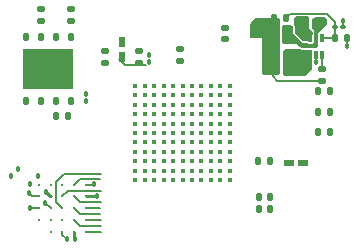
<source format=gbr>
%TF.GenerationSoftware,KiCad,Pcbnew,9.0.2*%
%TF.CreationDate,2025-07-16T10:59:44+05:30*%
%TF.ProjectId,pico2-nx-module,7069636f-322d-46e7-982d-6d6f64756c65,rev?*%
%TF.SameCoordinates,Original*%
%TF.FileFunction,Copper,L1,Top*%
%TF.FilePolarity,Positive*%
%FSLAX46Y46*%
G04 Gerber Fmt 4.6, Leading zero omitted, Abs format (unit mm)*
G04 Created by KiCad (PCBNEW 9.0.2) date 2025-07-16 10:59:44*
%MOMM*%
%LPD*%
G01*
G04 APERTURE LIST*
G04 Aperture macros list*
%AMRoundRect*
0 Rectangle with rounded corners*
0 $1 Rounding radius*
0 $2 $3 $4 $5 $6 $7 $8 $9 X,Y pos of 4 corners*
0 Add a 4 corners polygon primitive as box body*
4,1,4,$2,$3,$4,$5,$6,$7,$8,$9,$2,$3,0*
0 Add four circle primitives for the rounded corners*
1,1,$1+$1,$2,$3*
1,1,$1+$1,$4,$5*
1,1,$1+$1,$6,$7*
1,1,$1+$1,$8,$9*
0 Add four rect primitives between the rounded corners*
20,1,$1+$1,$2,$3,$4,$5,0*
20,1,$1+$1,$4,$5,$6,$7,0*
20,1,$1+$1,$6,$7,$8,$9,0*
20,1,$1+$1,$8,$9,$2,$3,0*%
G04 Aperture macros list end*
%TA.AperFunction,SMDPad,CuDef*%
%ADD10RoundRect,0.135000X-0.185000X0.135000X-0.185000X-0.135000X0.185000X-0.135000X0.185000X0.135000X0*%
%TD*%
%TA.AperFunction,SMDPad,CuDef*%
%ADD11RoundRect,0.140000X-0.140000X-0.170000X0.140000X-0.170000X0.140000X0.170000X-0.140000X0.170000X0*%
%TD*%
%TA.AperFunction,SMDPad,CuDef*%
%ADD12RoundRect,0.100000X0.130000X0.100000X-0.130000X0.100000X-0.130000X-0.100000X0.130000X-0.100000X0*%
%TD*%
%TA.AperFunction,SMDPad,CuDef*%
%ADD13RoundRect,0.135000X0.135000X0.185000X-0.135000X0.185000X-0.135000X-0.185000X0.135000X-0.185000X0*%
%TD*%
%TA.AperFunction,SMDPad,CuDef*%
%ADD14RoundRect,0.087500X-0.087500X0.250000X-0.087500X-0.250000X0.087500X-0.250000X0.087500X0.250000X0*%
%TD*%
%TA.AperFunction,SMDPad,CuDef*%
%ADD15R,1.000000X1.000000*%
%TD*%
%TA.AperFunction,SMDPad,CuDef*%
%ADD16R,0.800000X1.800000*%
%TD*%
%TA.AperFunction,SMDPad,CuDef*%
%ADD17C,0.330200*%
%TD*%
%TA.AperFunction,SMDPad,CuDef*%
%ADD18RoundRect,0.100000X-0.100000X0.130000X-0.100000X-0.130000X0.100000X-0.130000X0.100000X0.130000X0*%
%TD*%
%TA.AperFunction,SMDPad,CuDef*%
%ADD19RoundRect,0.135000X0.185000X-0.135000X0.185000X0.135000X-0.185000X0.135000X-0.185000X-0.135000X0*%
%TD*%
%TA.AperFunction,SMDPad,CuDef*%
%ADD20R,0.609600X0.914400*%
%TD*%
%TA.AperFunction,SMDPad,CuDef*%
%ADD21RoundRect,0.135000X-0.135000X-0.185000X0.135000X-0.185000X0.135000X0.185000X-0.135000X0.185000X0*%
%TD*%
%TA.AperFunction,SMDPad,CuDef*%
%ADD22RoundRect,0.100000X0.100000X-0.130000X0.100000X0.130000X-0.100000X0.130000X-0.100000X-0.130000X0*%
%TD*%
%TA.AperFunction,HeatsinkPad*%
%ADD23R,4.300000X3.400000*%
%TD*%
%TA.AperFunction,SMDPad,CuDef*%
%ADD24RoundRect,0.125000X-0.125000X0.250000X-0.125000X-0.250000X0.125000X-0.250000X0.125000X0.250000X0*%
%TD*%
%TA.AperFunction,SMDPad,CuDef*%
%ADD25R,0.914400X0.609600*%
%TD*%
%TA.AperFunction,SMDPad,CuDef*%
%ADD26C,0.370000*%
%TD*%
%TA.AperFunction,SMDPad,CuDef*%
%ADD27RoundRect,0.140000X-0.170000X0.140000X-0.170000X-0.140000X0.170000X-0.140000X0.170000X0.140000X0*%
%TD*%
%TA.AperFunction,ViaPad*%
%ADD28C,0.457200*%
%TD*%
%TA.AperFunction,Conductor*%
%ADD29C,0.152400*%
%TD*%
%TA.AperFunction,Conductor*%
%ADD30C,0.254000*%
%TD*%
G04 APERTURE END LIST*
D10*
%TO.P,R8,2*%
%TO.N,P1VD_FPGA*%
X132384798Y-90728802D03*
%TO.P,R8,1*%
%TO.N,Net-(U5-PG)*%
X132384798Y-89708804D03*
%TD*%
D11*
%TO.P,C48,2*%
%TO.N,GND*%
X129280483Y-86353537D03*
%TO.P,C48,1*%
%TO.N,P1VD_FPGA*%
X128320483Y-86353537D03*
%TD*%
%TO.P,C51,2*%
%TO.N,GND*%
X129280801Y-87274401D03*
%TO.P,C51,1*%
%TO.N,P1VD_FPGA*%
X128320801Y-87274401D03*
%TD*%
D12*
%TO.P,C6,2*%
%TO.N,Net-(U5-FB)*%
X133502401Y-86207598D03*
%TO.P,C6,1*%
%TO.N,P1VD_FPGA*%
X134142401Y-86207598D03*
%TD*%
D13*
%TO.P,R26,2*%
%TO.N,Net-(U5-FB)*%
X133502402Y-87096598D03*
%TO.P,R26,1*%
%TO.N,GND*%
X134522400Y-87096598D03*
%TD*%
D14*
%TO.P,U5,6,PG*%
%TO.N,Net-(U5-PG)*%
X132384802Y-88524001D03*
%TO.P,U5,5,EN*%
%TO.N,/FPGA/FPGA_EN*%
X131884802Y-88524002D03*
%TO.P,U5,4,SW*%
%TO.N,Net-(U5-SW)*%
X131384802Y-88524001D03*
%TO.P,U5,3,VIN*%
%TO.N,P5VD_AON*%
X131384802Y-87099001D03*
%TO.P,U5,2,GND*%
%TO.N,GND*%
X131884802Y-87099000D03*
%TO.P,U5,1,FB*%
%TO.N,Net-(U5-FB)*%
X132384802Y-87099001D03*
%TD*%
D15*
%TO.P,TP3,1,1*%
%TO.N,P1VD_FPGA*%
X126796799Y-86639403D03*
%TD*%
D13*
%TO.P,R18,2*%
%TO.N,P1VD_FPGA*%
X128295403Y-85394799D03*
%TO.P,R18,1*%
%TO.N,Net-(U5-FB)*%
X129315401Y-85394799D03*
%TD*%
D11*
%TO.P,C3,2*%
%TO.N,GND*%
X131800602Y-85953600D03*
%TO.P,C3,1*%
%TO.N,P5VD_AON*%
X130840602Y-85953600D03*
%TD*%
D16*
%TO.P,L3,2,2*%
%TO.N,P1VD_FPGA*%
X128219401Y-89052400D03*
%TO.P,L3,1,1*%
%TO.N,Net-(U5-SW)*%
X129819399Y-89052400D03*
%TD*%
D17*
%TO.P,U13,E5,VSSQ_2*%
%TO.N,GND*%
X112385100Y-99530401D03*
%TO.P,U13,E4,VCCQ_2*%
%TO.N,P1V8D_FPGA*%
X112385100Y-100530401D03*
%TO.P,U13,E3,DQ5*%
%TO.N,/FPGA/SRAM_DQ5*%
X112385101Y-101530401D03*
%TO.P,U13,E2,DQ6*%
%TO.N,/FPGA/SRAM_DQ6*%
X112385100Y-102530401D03*
%TO.P,U13,E1,DQ7*%
%TO.N,/FPGA/SRAM_DQ7*%
X112385100Y-103530401D03*
%TO.P,U13,D5,DQ4*%
%TO.N,/FPGA/SRAM_DQ4*%
X111385100Y-99530401D03*
%TO.P,U13,D4,DQ3*%
%TO.N,/FPGA/SRAM_DQ3*%
X111385100Y-100530401D03*
%TO.P,U13,D3,DQ0*%
%TO.N,/FPGA/SRAM_DQ0*%
X111385100Y-101530401D03*
%TO.P,U13,D2,DQ1*%
%TO.N,/FPGA/SRAM_DQ1*%
X111385100Y-102530401D03*
%TO.P,U13,D1,VCCQ_1*%
%TO.N,P1V8D_FPGA*%
X111385100Y-103530401D03*
%TO.P,U13,C5,RFU_5*%
%TO.N,unconnected-(U13-RFU_5-PadC5)*%
X110385100Y-99530400D03*
%TO.P,U13,C4,DQ2*%
%TO.N,/FPGA/SRAM_DQ2*%
X110385100Y-100530401D03*
%TO.P,U13,C3,RWDS*%
%TO.N,/FPGA/SRAM_RW*%
X110385100Y-101530401D03*
%TO.P,U13,C2,RFU_4*%
%TO.N,unconnected-(U13-RFU_4-PadC2)*%
X110385100Y-102530401D03*
%TO.P,U13,C1,VSSQ_1*%
%TO.N,GND*%
X110385100Y-103530402D03*
%TO.P,U13,B5,RFU_3*%
%TO.N,unconnected-(U13-RFU_3-PadB5)*%
X109385100Y-99530401D03*
%TO.P,U13,B4,VCC*%
%TO.N,P1V8D_FPGA*%
X109385100Y-100530401D03*
%TO.P,U13,B3,VSS*%
%TO.N,GND*%
X109385100Y-101530401D03*
%TO.P,U13,B2,CK*%
%TO.N,/FPGA/SRAM_CLK_P*%
X109385100Y-102530401D03*
%TO.P,U13,B1,CK#*%
%TO.N,/FPGA/SRAM_CLK_N*%
X109385100Y-103530401D03*
%TO.P,U13,A5,RFU_2*%
%TO.N,unconnected-(U13-RFU_2-PadA5)*%
X108385100Y-99530401D03*
%TO.P,U13,A4,RESET#*%
%TO.N,/FPGA/SRAM_RSTn*%
X108385100Y-100530401D03*
%TO.P,U13,A3,CS#*%
%TO.N,/FPGA/SRAM_CEN*%
X108385099Y-101530401D03*
%TO.P,U13,A2,RFU_1*%
%TO.N,unconnected-(U13-RFU_1-PadA2)*%
X108385100Y-102530401D03*
%TD*%
D18*
%TO.P,C38,1*%
%TO.N,GND*%
X117729600Y-88545600D03*
%TO.P,C38,2*%
%TO.N,Net-(U3G-VCCADPHY1)*%
X117729600Y-89185600D03*
%TD*%
D19*
%TO.P,R33,2*%
%TO.N,P3V3D_FPGA*%
X108557200Y-84622801D03*
%TO.P,R33,1*%
%TO.N,/FPGA/EXT_QSPI.SD2*%
X108557200Y-85642799D03*
%TD*%
D20*
%TO.P,FB5,1,1*%
%TO.N,P1V8D_FPGA*%
X115443000Y-87439499D03*
%TO.P,FB5,2,2*%
%TO.N,Net-(U3G-VCCADPHY1)*%
X115443000Y-88684101D03*
%TD*%
D21*
%TO.P,R51,2*%
%TO.N,P3V3D_FPGA*%
X110857798Y-93712400D03*
%TO.P,R51,1*%
%TO.N,/FPGA/EXT_QSPI.SD3*%
X109837800Y-93712400D03*
%TD*%
D22*
%TO.P,C18,2*%
%TO.N,GND*%
X112411400Y-91820799D03*
%TO.P,C18,1*%
%TO.N,P3V3D_FPGA*%
X112411400Y-92460799D03*
%TD*%
D11*
%TO.P,C7,2*%
%TO.N,GND*%
X127975200Y-100581200D03*
%TO.P,C7,1*%
%TO.N,PVIO5_FPGA*%
X127015200Y-100581200D03*
%TD*%
%TO.P,C39,2*%
%TO.N,GND*%
X133014600Y-93345000D03*
%TO.P,C39,1*%
%TO.N,P1VD_FPGA*%
X132054600Y-93345000D03*
%TD*%
D23*
%TO.P,U4,9*%
%TO.N,N/C*%
X109194600Y-89763600D03*
D24*
%TO.P,U4,8,VCC*%
%TO.N,P3V3D_FPGA*%
X111099600Y-92463600D03*
%TO.P,U4,7,IO3*%
%TO.N,/FPGA/EXT_QSPI.SD3*%
X109829600Y-92463600D03*
%TO.P,U4,6,CLK*%
%TO.N,/FPGA/EXT_QSPI.SCK*%
X108559600Y-92463600D03*
%TO.P,U4,5,DI(IO0)*%
%TO.N,/FPGA/EXT_QSPI.MOSI*%
X107289600Y-92463600D03*
%TO.P,U4,4,GND*%
%TO.N,GND*%
X107289600Y-87063600D03*
%TO.P,U4,3,IO2*%
%TO.N,/FPGA/EXT_QSPI.SD2*%
X108559600Y-87063600D03*
%TO.P,U4,2,DO(IO1)*%
%TO.N,/FPGA/EXT_QSPI.MISO*%
X109829600Y-87063600D03*
%TO.P,U4,1,~{CS}*%
%TO.N,/FPGA/FLASH_CSn*%
X111099600Y-87063600D03*
%TD*%
D19*
%TO.P,R12,1*%
%TO.N,Net-(U3B-PR9B)*%
X113969800Y-89234200D03*
%TO.P,R12,2*%
%TO.N,/FPGA/MIPI_IO.LED_EN*%
X113969800Y-88214200D03*
%TD*%
%TO.P,R3,1*%
%TO.N,Net-(U3A-PT59A{slash}MCLK{slash}PCLKT0_0)*%
X120345200Y-89031000D03*
%TO.P,R3,2*%
%TO.N,/FPGA/EXT_QSPI.SCK*%
X120345200Y-88011000D03*
%TD*%
D11*
%TO.P,C30,2*%
%TO.N,Net-(U3F-VCCADPHY0)*%
X127939800Y-97510600D03*
%TO.P,C30,1*%
%TO.N,GND*%
X126979800Y-97510600D03*
%TD*%
D19*
%TO.P,R9,2*%
%TO.N,P3V3D_FPGA*%
X111097199Y-84622801D03*
%TO.P,R9,1*%
%TO.N,/FPGA/FLASH_CSn*%
X111097199Y-85642799D03*
%TD*%
D25*
%TO.P,FB2,2,2*%
%TO.N,Net-(U3F-VCCADPHY0)*%
X129540000Y-97713800D03*
%TO.P,FB2,1,1*%
%TO.N,P1V8D_FPGA*%
X130784600Y-97713800D03*
%TD*%
D11*
%TO.P,C24,1*%
%TO.N,P1VD_FPGA*%
X132054600Y-91643200D03*
%TO.P,C24,2*%
%TO.N,GND*%
X133014600Y-91643200D03*
%TD*%
D26*
%TO.P,U3,L11,PB26B/PCLKC5_2/ADC_CN2/COMP3N*%
%TO.N,/FPGA/HSTX3*%
X124561400Y-99155800D03*
%TO.P,U3,L10,PB30A/PCLKT5_3*%
%TO.N,/FPGA/HSTX6*%
X123761400Y-99155800D03*
%TO.P,U3,L9,PB40A/VREF4_1*%
%TO.N,/FPGA/PB40A*%
X122961400Y-99155800D03*
%TO.P,U3,L8,PB22B*%
%TO.N,/FPGA/MIPI_IO.PWR_EN*%
X122161400Y-99155800D03*
%TO.P,U3,L7,PB22A*%
%TO.N,/FPGA/QSPI.CSn*%
X121361400Y-99155800D03*
%TO.P,U3,L6,PB24A*%
%TO.N,/FPGA/HSTX0*%
X120561400Y-99155800D03*
%TO.P,U3,L5,PB54A/PCLKT4_0*%
%TO.N,/FPGA/SRAM_DQ7*%
X119761400Y-99155800D03*
%TO.P,U3,L4,PB56A/PCLKT3_0/VREF3_1/ADC_CP5*%
%TO.N,/FPGA/SHARED_PMOD_A2*%
X118961400Y-99155800D03*
%TO.P,U3,L3,PB56B/PCLKC3_0/ADC_CN5*%
%TO.N,/FPGA/SHARED_PMOD_A0*%
X118161400Y-99155800D03*
%TO.P,U3,L2,PB62A/ADC_CP9*%
%TO.N,/FPGA/SHARED_PMOD_A7*%
X117361400Y-99155800D03*
%TO.P,U3,L1,PB62B/ADC_CN9*%
%TO.N,/FPGA/SHARED_PMOD_A5*%
X116561400Y-99155800D03*
%TO.P,U3,K11,PB26A/PCLKT5_2/ADC_CP2/COMP3P*%
%TO.N,/FPGA/HSTX2*%
X124561400Y-98355800D03*
%TO.P,U3,K10,PB30B/PCLKC5_3/VREF5_2*%
%TO.N,/FPGA/HSTX7*%
X123761400Y-98355800D03*
%TO.P,U3,K9,PB40B*%
%TO.N,/FPGA/PB40B*%
X122961400Y-98355800D03*
%TO.P,U3,K8,PB42B/PCLKC4_3*%
%TO.N,/FPGA/PB42B*%
X122161400Y-98355800D03*
%TO.P,U3,K7,PB28A*%
%TO.N,/FPGA/HSTX4*%
X121361400Y-98355800D03*
%TO.P,U3,K6,PB24B*%
%TO.N,/FPGA/HSTX1*%
X120561400Y-98355800D03*
%TO.P,U3,K5,PB54B/PCLKC4_0/VREF4_2*%
%TO.N,/FPGA/SRAM_CEN*%
X119761400Y-98355800D03*
%TO.P,U3,K4,PB58B/ADC_CN7*%
%TO.N,/FPGA/SHARED_PMOD_A1*%
X118961400Y-98355800D03*
%TO.P,U3,K3,VCCIO3*%
%TO.N,PVIO3_FPGA*%
X118161400Y-98355800D03*
%TO.P,U3,K2,PB64B/ADC_CN8*%
%TO.N,/FPGA/SHARED_PMOD_B0*%
X117361400Y-98355800D03*
%TO.P,U3,K1,PB64A/ADC_CP8*%
%TO.N,/FPGA/SHARED_PMOD_B2*%
X116561400Y-98355800D03*
%TO.P,U3,J11,PB20A/PCLKT5_1/LLC_GPLL0T_IN/ADC_CP3*%
%TO.N,/FPGA/FPGA_CLK*%
X124561400Y-97555800D03*
%TO.P,U3,J10,PB20B/PCLKC5_1/LLC_GPLL0C_IN/ADC_CN3*%
%TO.N,/FPGA/IRQn*%
X123761400Y-97555800D03*
%TO.P,U3,J9,VCCIO5*%
%TO.N,PVIO5_FPGA*%
X122961400Y-97555800D03*
%TO.P,U3,J8,PB42A/PCLKT4_3*%
%TO.N,/FPGA/PB42A*%
X122161400Y-97555800D03*
%TO.P,U3,J7,PB28B*%
%TO.N,/FPGA/HSTX5*%
X121361400Y-97555800D03*
%TO.P,U3,J6,VCCIO4*%
%TO.N,P1V8D_FPGA*%
X120561400Y-97555800D03*
%TO.P,U3,J5,PB52B/PCLKC4_1*%
%TO.N,/FPGA/SRAM_DQ6*%
X119761400Y-97555800D03*
%TO.P,U3,J4,PB58A/ADC_CP7*%
%TO.N,/FPGA/SHARED_PMOD_A3*%
X118961400Y-97555800D03*
%TO.P,U3,J3,VSS*%
%TO.N,GND*%
X118161400Y-97555800D03*
%TO.P,U3,J2,PB66B/PCLKC3_2/ADC_CN13*%
%TO.N,/FPGA/SHARED_PMOD_B1*%
X117361400Y-97555800D03*
%TO.P,U3,J1,PB66A/PCLKT3_2/ADC_CP13*%
%TO.N,/FPGA/SHARED_PMOD_B3*%
X116561400Y-97555800D03*
%TO.P,U3,H11,PB18A/PCLKT5_0/CDR_RXP1/ADC_CP1/COMP2P*%
%TO.N,/FPGA/SDA0*%
X124561400Y-96755800D03*
%TO.P,U3,H10,PB18B/PCLKC5_0/CDR_RXN1/ADC_CN1/COMP2N*%
%TO.N,/FPGA/SCL0*%
X123761400Y-96755800D03*
%TO.P,U3,H9,VSS*%
%TO.N,GND*%
X122961400Y-96755800D03*
%TO.P,U3,H8,PB44A*%
%TO.N,/FPGA/SRAM_CLK_P*%
X122161400Y-96755800D03*
%TO.P,U3,H7,PB44B*%
%TO.N,/FPGA/SRAM_CLK_N*%
X121361400Y-96755800D03*
%TO.P,U3,H6,VSS*%
%TO.N,GND*%
X120561400Y-96755800D03*
%TO.P,U3,H5,PB52A/PCLKT4_1*%
%TO.N,/FPGA/SRAM_DQ5*%
X119761400Y-96755800D03*
%TO.P,U3,H4,PB60B/PCLKC3_1/ADC_CN6*%
%TO.N,/FPGA/SHARED_PMOD_A6*%
X118961400Y-96755800D03*
%TO.P,U3,H3,VCCAUX*%
%TO.N,/FPGA/PVCCAUX*%
X118161400Y-96755800D03*
%TO.P,U3,H2,PB68B/PCLKC3_3/ADC_CN14*%
%TO.N,/FPGA/SHARED_PMOD_B6*%
X117361400Y-96755800D03*
%TO.P,U3,H1,PB68A/PCLKT3_3/ADC_CP14*%
%TO.N,/FPGA/SHARED_PMOD_B4*%
X116561400Y-96755800D03*
%TO.P,U3,G11,PB16A/CDR_RXP0/VREF5_1/ADC_CP0/COMP1P*%
%TO.N,/FPGA/SDA1*%
X124561400Y-95955800D03*
%TO.P,U3,G10,PB16B/CDR_RXN0/ADC_CN0/COMP1N*%
%TO.N,/FPGA/SCL1*%
X123761400Y-95955800D03*
%TO.P,U3,G9,VCCAUXH5*%
%TO.N,Net-(U3H-VCCAUXH5)*%
X122961400Y-95955800D03*
%TO.P,U3,G8,PB46B*%
%TO.N,/FPGA/SRAM_DQ0*%
X122161400Y-95955800D03*
%TO.P,U3,G7,PB46A*%
%TO.N,/FPGA/SRAM_RW*%
X121361400Y-95955800D03*
%TO.P,U3,G6,VCCAUXH4*%
%TO.N,/FPGA/PVCCAUX*%
X120561400Y-95955800D03*
%TO.P,U3,G5,PB50B*%
%TO.N,/FPGA/SRAM_DQ4*%
X119761400Y-95955800D03*
%TO.P,U3,G4,PB60A/PCLKT3_1/ADC_CP6*%
%TO.N,/FPGA/SHARED_PMOD_A4*%
X118961400Y-95955800D03*
%TO.P,U3,G3,VCCAUX*%
%TO.N,/FPGA/PVCCAUX*%
X118161400Y-95955800D03*
%TO.P,U3,G2,PB70A/LRC_GPLL0T_IN*%
%TO.N,/FPGA/SHARED_PMOD_B7*%
X117361400Y-95955800D03*
%TO.P,U3,G1,PB70B/LRC_GPLL0C_IN/VREF3_2*%
%TO.N,/FPGA/SHARED_PMOD_B5*%
X116561400Y-95955800D03*
%TO.P,U3,F11,VSSADPHY*%
%TO.N,GND*%
X124561400Y-95155800D03*
%TO.P,U3,F10,VCCADPHY0*%
%TO.N,Net-(U3F-VCCADPHY0)*%
X123761400Y-95155800D03*
%TO.P,U3,F9,VSS*%
%TO.N,GND*%
X122961400Y-95155800D03*
%TO.P,U3,F8,VCCECLK*%
%TO.N,P1VD_FPGA*%
X122161400Y-95155800D03*
%TO.P,U3,F7,PB48A/PCLKT4_2*%
%TO.N,/FPGA/SRAM_DQ1*%
X121361400Y-95155800D03*
%TO.P,U3,F6,PB48B/PCLKC4_2*%
%TO.N,/FPGA/SRAM_DQ2*%
X120561400Y-95155800D03*
%TO.P,U3,F5,PB50A*%
%TO.N,/FPGA/SRAM_DQ3*%
X119761400Y-95155800D03*
%TO.P,U3,F4,VCC*%
%TO.N,P1VD_FPGA*%
X118961400Y-95155800D03*
%TO.P,U3,F3,VSS*%
%TO.N,GND*%
X118161400Y-95155800D03*
%TO.P,U3,F2,PR13A/PCLKT1_1*%
%TO.N,/FPGA/FPGA_PMOD1*%
X117361400Y-95155800D03*
%TO.P,U3,F1,PR13B/PCLKT1_0*%
%TO.N,/FPGA/FPGA_PMOD5*%
X116561400Y-95155800D03*
%TO.P,U3,E11,DPHY0_DP2*%
%TO.N,/FPGA/RGB_MIPI.D2+*%
X124561400Y-94355800D03*
%TO.P,U3,E10,DPHY0_DN2*%
%TO.N,/FPGA/RGB_MIPI.D2-*%
X123761400Y-94355800D03*
%TO.P,U3,E9,VCC*%
%TO.N,P1VD_FPGA*%
X122961400Y-94355800D03*
%TO.P,U3,E8,PT57A/INITN*%
%TO.N,/FPGA/FPGA_PMOD2*%
X122161400Y-94355800D03*
%TO.P,U3,E7,PT59A/MCLK/PCLKT0_0*%
%TO.N,Net-(U3A-PT59A{slash}MCLK{slash}PCLKT0_0)*%
X121361400Y-94355800D03*
%TO.P,U3,E6,PT61A/MCSN/PCLKT0_1*%
%TO.N,/FPGA/FLASH_CSn*%
X120561400Y-94355800D03*
%TO.P,U3,E5,PT63A/MISO/MD1*%
%TO.N,/FPGA/EXT_QSPI.MISO*%
X119761400Y-94355800D03*
%TO.P,U3,E4,PT65A/MD3*%
%TO.N,/FPGA/EXT_QSPI.SD3*%
X118961400Y-94355800D03*
%TO.P,U3,E3,PT65B/MCSNO/MSDO*%
%TO.N,/FPGA/EXT_QSPI.CSn*%
X118161400Y-94355800D03*
%TO.P,U3,E2,PR11A*%
%TO.N,/FPGA/MULTI_FN*%
X117361400Y-94355800D03*
%TO.P,U3,E1,PR11B/PCLKT1_2*%
%TO.N,/FPGA/QSPI.SCLK*%
X116561400Y-94355800D03*
%TO.P,U3,D11,DPHY0_DP0*%
%TO.N,/FPGA/RGB_MIPI.D0+*%
X124561400Y-93555800D03*
%TO.P,U3,D10,DPHY0_DN0*%
%TO.N,/FPGA/RGB_MIPI.D0-*%
X123761400Y-93555800D03*
%TO.P,U3,D9,VCCDPHY0*%
%TO.N,Net-(U3F-VCCDPHY0)*%
X122961400Y-93555800D03*
%TO.P,U3,D8,PT57B/PROGRAMN*%
%TO.N,/FPGA/FPGA_PMOD6*%
X122161400Y-93555800D03*
%TO.P,U3,D7,PT59B/DONE*%
%TO.N,/FPGA/DONE*%
X121361400Y-93555800D03*
%TO.P,U3,D6,PT61B/MOSI/MD0*%
%TO.N,/FPGA/EXT_QSPI.MOSI*%
X120561400Y-93555800D03*
%TO.P,U3,D5,PT63B/MD2*%
%TO.N,/FPGA/EXT_QSPI.SD2*%
X119761400Y-93555800D03*
%TO.P,U3,D4,VCCIO0*%
%TO.N,P3V3D_FPGA*%
X118961400Y-93555800D03*
%TO.P,U3,D3,VSS*%
%TO.N,GND*%
X118161400Y-93555800D03*
%TO.P,U3,D2,VCCIO1*%
%TO.N,PVIO1_FPGA*%
X117361400Y-93555800D03*
%TO.P,U3,D1,PR9B*%
%TO.N,Net-(U3B-PR9B)*%
X116561400Y-93555800D03*
%TO.P,U3,C11,DPHY0_CKP*%
%TO.N,/FPGA/RGB_MIPI.CLK+*%
X124561400Y-92755800D03*
%TO.P,U3,C10,DPHY0_CKN*%
%TO.N,/FPGA/RGB_MIPI.CLK-*%
X123761400Y-92755800D03*
%TO.P,U3,C9,VSSADPHY*%
%TO.N,GND*%
X122961400Y-92755800D03*
%TO.P,U3,C8,VCCPLLDPHY0*%
%TO.N,Net-(U3F-VCCPLLDPHY0)*%
X122161400Y-92755800D03*
%TO.P,U3,C7,VSSADPHY*%
%TO.N,GND*%
X121361400Y-92755800D03*
%TO.P,U3,C6,VCCPLLDPHY1*%
%TO.N,Net-(U3G-VCCPLLDPHY1)*%
X120561400Y-92755800D03*
%TO.P,U3,C5,VSSADPHY*%
%TO.N,GND*%
X119761400Y-92755800D03*
%TO.P,U3,C4,VCCDPHY1*%
%TO.N,Net-(U3G-VCCDPHY1)*%
X118961400Y-92755800D03*
%TO.P,U3,C3,PT67B*%
%TO.N,/FPGA/FPGA_PMOD7*%
X118161400Y-92755800D03*
%TO.P,U3,C2,PR7B/SCL*%
%TO.N,/FPGA/FPGA_PMOD4*%
X117361400Y-92755800D03*
%TO.P,U3,C1,PR9A/TCK/SCLK*%
%TO.N,/FPGA/TCK*%
X116561400Y-92755800D03*
%TO.P,U3,B11,DPHY0_DP1*%
%TO.N,/FPGA/RGB_MIPI.D1+*%
X124561400Y-91955800D03*
%TO.P,U3,B10,DPHY0_DN1*%
%TO.N,/FPGA/RGB_MIPI.D1-*%
X123761400Y-91955800D03*
%TO.P,U3,B9,DPHY1_DN2*%
%TO.N,/FPGA/EXT_MIPI.D2-*%
X122961400Y-91955800D03*
%TO.P,U3,B8,DPHY1_DN0*%
%TO.N,/FPGA/EXT_MIPI.D0-*%
X122161400Y-91955800D03*
%TO.P,U3,B7,DPHY1_CKN*%
%TO.N,/FPGA/EXT_MIPI.CLK-*%
X121361400Y-91955800D03*
%TO.P,U3,B6,DPHY1_DN1*%
%TO.N,/FPGA/EXT_MIPI.D1-*%
X120561400Y-91955800D03*
%TO.P,U3,B5,DPHY1_DN3*%
%TO.N,/FPGA/EXT_MIPI.D3-*%
X119761400Y-91955800D03*
%TO.P,U3,B4,VSSADPHY*%
%TO.N,GND*%
X118961400Y-91955800D03*
%TO.P,U3,B3,PT67A*%
%TO.N,/FPGA/FPGA_PMOD3*%
X118161400Y-91955800D03*
%TO.P,U3,B2,PR7A/SDA*%
%TO.N,/FPGA/FPGA_PMOD0*%
X117361400Y-91955800D03*
%TO.P,U3,B1,PR3B/TMS/SCSN*%
%TO.N,/FPGA/TMS*%
X116561400Y-91955800D03*
%TO.P,U3,A11,DPHY0_DP3*%
%TO.N,/FPGA/RGB_MIPI.D3+*%
X124561400Y-91155800D03*
%TO.P,U3,A10,DPHY0_DN3*%
%TO.N,/FPGA/RGB_MIPI.D3-*%
X123761400Y-91155800D03*
%TO.P,U3,A9,DPHY1_DP2*%
%TO.N,/FPGA/EXT_MIPI.D2+*%
X122961400Y-91155800D03*
%TO.P,U3,A8,DPHY1_DP0*%
%TO.N,/FPGA/EXT_MIPI.D0+*%
X122161400Y-91155800D03*
%TO.P,U3,A7,DPHY1_CKP*%
%TO.N,/FPGA/EXT_MIPI.CLK+*%
X121361400Y-91155800D03*
%TO.P,U3,A6,DPHY1_DP1*%
%TO.N,/FPGA/EXT_MIPI.D1+*%
X120561400Y-91155800D03*
%TO.P,U3,A5,DPHY1_DP3*%
%TO.N,/FPGA/EXT_MIPI.D3+*%
X119761400Y-91155800D03*
%TO.P,U3,A4,VCCADPHY1*%
%TO.N,Net-(U3G-VCCADPHY1)*%
X118961400Y-91155800D03*
%TO.P,U3,A3,PR5A/TDI/SSI*%
%TO.N,/FPGA/TDI*%
X118161400Y-91155800D03*
%TO.P,U3,A2,PR5B/TDO/SSO*%
%TO.N,/FPGA/TDO*%
X117361400Y-91155800D03*
%TO.P,U3,A1,JTAG_EN*%
%TO.N,/FPGA/JTAG_EN*%
X116561400Y-91155800D03*
%TD*%
D11*
%TO.P,C11,2*%
%TO.N,GND*%
X127981800Y-101562800D03*
%TO.P,C11,1*%
%TO.N,PVIO5_FPGA*%
X127021800Y-101562800D03*
%TD*%
%TO.P,C32,2*%
%TO.N,GND*%
X133014600Y-95072200D03*
%TO.P,C32,1*%
%TO.N,P1VD_FPGA*%
X132054600Y-95072200D03*
%TD*%
D27*
%TO.P,C31,1*%
%TO.N,GND*%
X116855000Y-88232000D03*
%TO.P,C31,2*%
%TO.N,Net-(U3G-VCCADPHY1)*%
X116855000Y-89192000D03*
%TD*%
%TO.P,C41,1*%
%TO.N,P1V8D_FPGA*%
X124180600Y-86238200D03*
%TO.P,C41,2*%
%TO.N,GND*%
X124180600Y-87198200D03*
%TD*%
D28*
%TO.N,P5VD_AON*%
X130759201Y-86588601D03*
X130302002Y-85572601D03*
%TO.N,P1VD_FPGA*%
X134137400Y-85699603D03*
%TO.N,GND*%
X134518402Y-87782400D03*
X129280799Y-87274400D03*
X129280486Y-86353538D03*
%TO.N,P1VD_FPGA*%
X126822199Y-85758401D03*
%TO.N,GND*%
X132334002Y-85953600D03*
X129895601Y-87249001D03*
%TO.N,P1VD_FPGA*%
X127722084Y-86377538D03*
X126890805Y-86424241D03*
%TO.N,/FPGA/FPGA_EN*%
X131889496Y-89160552D03*
%TO.N,P5VD_AON*%
X130276601Y-86233000D03*
%TO.N,P1VD_FPGA*%
X127745434Y-85663010D03*
%TO.N,GND*%
X131876797Y-87731600D03*
%TO.N,P1V8D_FPGA*%
X111433101Y-104140002D03*
X109020101Y-100177602D03*
%TO.N,/FPGA/SRAM_CEN*%
X107648501Y-101523802D03*
%TO.N,/FPGA/SRAM_RSTn*%
X107597701Y-100279202D03*
%TO.N,P1V8D_FPGA*%
X113287301Y-100533202D03*
%TO.N,GND*%
X106667303Y-98194202D03*
X106057703Y-98829202D03*
X110767701Y-104165402D03*
X113093500Y-99517201D03*
X108953300Y-101092001D03*
%TO.N,P1V8D_FPGA*%
X107632503Y-99489602D03*
X108318302Y-98829202D03*
%TD*%
D29*
%TO.N,Net-(U5-PG)*%
X132384802Y-89708799D02*
X132384802Y-88524001D01*
%TO.N,GND*%
X131800603Y-85953600D02*
X132334002Y-85953600D01*
%TO.N,P1VD_FPGA*%
X128219400Y-90373402D02*
X128574799Y-90728801D01*
%TO.N,Net-(U5-FB)*%
X132816600Y-85064598D02*
X129645599Y-85064598D01*
%TO.N,GND*%
X129280799Y-87274400D02*
X129870201Y-87274401D01*
X129870201Y-87274401D02*
X129895601Y-87249001D01*
X131884800Y-87723600D02*
X131876797Y-87731600D01*
%TO.N,P1VD_FPGA*%
X128574799Y-90728801D02*
X132384802Y-90728801D01*
%TO.N,GND*%
X131884799Y-87099002D02*
X131884800Y-87723600D01*
%TO.N,Net-(U5-FB)*%
X129645599Y-85064598D02*
X129315401Y-85394801D01*
%TO.N,GND*%
X134522402Y-87778400D02*
X134518402Y-87782400D01*
X134522401Y-87096598D02*
X134522402Y-87778400D01*
%TO.N,P1VD_FPGA*%
X128219400Y-89052402D02*
X128219400Y-90373402D01*
%TO.N,Net-(U5-FB)*%
X133502399Y-85750399D02*
X132816600Y-85064598D01*
%TO.N,P1VD_FPGA*%
X134142400Y-86207601D02*
X134142400Y-85704599D01*
%TO.N,/FPGA/FPGA_EN*%
X131884802Y-89155858D02*
X131889496Y-89160552D01*
%TO.N,Net-(U5-FB)*%
X133502398Y-87096599D02*
X132387199Y-87096599D01*
%TO.N,P1VD_FPGA*%
X134142400Y-85704599D02*
X134137400Y-85699603D01*
%TO.N,Net-(U5-FB)*%
X133502398Y-87096599D02*
X133502399Y-86207598D01*
X133502399Y-86207598D02*
X133502399Y-85750399D01*
%TO.N,/FPGA/FPGA_EN*%
X131884799Y-88523997D02*
X131884802Y-89155858D01*
%TO.N,Net-(U5-FB)*%
X132387199Y-87096599D02*
X132384800Y-87099002D01*
%TO.N,GND*%
X110767701Y-104165402D02*
X110385100Y-103782801D01*
X110385100Y-103782801D02*
X110385100Y-103530401D01*
D30*
%TO.N,P1V8D_FPGA*%
X111385100Y-104092001D02*
X111433101Y-104140002D01*
X111385100Y-103530401D02*
X111385100Y-104092001D01*
X109372900Y-100530401D02*
X109020101Y-100177602D01*
X109385100Y-100530401D02*
X109372900Y-100530401D01*
D29*
%TO.N,/FPGA/SRAM_CEN*%
X107655100Y-101530401D02*
X107648501Y-101523802D01*
X108385099Y-101530401D02*
X107655100Y-101530401D01*
%TO.N,/FPGA/SRAM_RSTn*%
X107848900Y-100530401D02*
X107597701Y-100279202D01*
X108385100Y-100530401D02*
X107848900Y-100530401D01*
D30*
%TO.N,P1V8D_FPGA*%
X113284500Y-100530401D02*
X113287301Y-100533202D01*
X112385100Y-100530401D02*
X113284500Y-100530401D01*
D29*
%TO.N,/FPGA/SRAM_DQ1*%
X111385100Y-102530401D02*
X111851700Y-102997001D01*
X111851700Y-102997001D02*
X112661701Y-102997001D01*
X112661701Y-102997001D02*
X113677700Y-102997001D01*
%TO.N,/FPGA/SRAM_DQ0*%
X111886500Y-102031801D02*
X113550700Y-102031801D01*
X111385101Y-101530401D02*
X111886500Y-102031801D01*
%TO.N,/FPGA/SRAM_DQ5*%
X112385100Y-101530401D02*
X113544100Y-101530401D01*
X113544100Y-101530401D02*
X113550700Y-101523801D01*
%TO.N,/FPGA/SRAM_DQ2*%
X110385100Y-100530401D02*
X110864901Y-100050601D01*
X110864901Y-100050601D02*
X113626900Y-100050602D01*
%TO.N,/FPGA/SRAM_DQ3*%
X111385101Y-100530401D02*
X111870500Y-101015801D01*
X111870500Y-101015801D02*
X113626900Y-101015801D01*
%TO.N,Net-(U3G-VCCADPHY1)*%
X115722299Y-89420600D02*
X115214400Y-88912701D01*
X116626400Y-89420600D02*
X115722299Y-89420600D01*
%TO.N,GND*%
X112385100Y-99530401D02*
X113080300Y-99530399D01*
X113080300Y-99530399D02*
X113093500Y-99517201D01*
X109385100Y-101530401D02*
X109385100Y-101523801D01*
X109385100Y-101523801D02*
X108953300Y-101092001D01*
%TO.N,P1V8D_FPGA*%
X112387900Y-100533201D02*
X112383939Y-100533202D01*
%TO.N,Net-(U3G-VCCADPHY1)*%
X117494600Y-89420600D02*
X117501000Y-89414200D01*
X116626400Y-89420600D02*
X117494600Y-89420600D01*
%TO.N,/FPGA/SRAM_DQ7*%
X112385100Y-103530401D02*
X113652300Y-103530402D01*
%TO.N,/FPGA/SRAM_RW*%
X109867700Y-99288601D02*
X110350299Y-98806001D01*
X109867700Y-101013001D02*
X109867700Y-99644201D01*
X110553500Y-98602800D02*
X113626900Y-98602800D01*
X109867700Y-99644201D02*
X109867700Y-99288601D01*
X110385100Y-101530401D02*
X109867700Y-101013001D01*
X110350299Y-98806001D02*
X110553500Y-98602800D01*
%TO.N,/FPGA/SRAM_DQ4*%
X111385100Y-99530401D02*
X111880901Y-99034601D01*
X111880901Y-99034601D02*
X113576100Y-99034599D01*
%TO.N,/FPGA/SRAM_DQ6*%
X113617500Y-102530401D02*
X113626900Y-102539801D01*
X112385100Y-102530401D02*
X113617500Y-102530401D01*
%TD*%
%TA.AperFunction,Conductor*%
%TO.N,P1VD_FPGA*%
G36*
X128692077Y-85439886D02*
G01*
X128712716Y-85456517D01*
X128741682Y-85485484D01*
X128775165Y-85546806D01*
X128777998Y-85573162D01*
X128777998Y-90093238D01*
X128769353Y-90122678D01*
X128762830Y-90152665D01*
X128759075Y-90157680D01*
X128758313Y-90160277D01*
X128741679Y-90180919D01*
X128738119Y-90184479D01*
X128676796Y-90217964D01*
X128650438Y-90220798D01*
X127428798Y-90220798D01*
X127361759Y-90201113D01*
X127316004Y-90148309D01*
X127304798Y-90096798D01*
X127304798Y-90093238D01*
X127304799Y-87147402D01*
X127296801Y-87139401D01*
X126420801Y-87139401D01*
X126353762Y-87119716D01*
X126308007Y-87066912D01*
X126296801Y-87015401D01*
X126296800Y-85895363D01*
X126316485Y-85828324D01*
X126333115Y-85807686D01*
X126684281Y-85456518D01*
X126745602Y-85423035D01*
X126771950Y-85420201D01*
X128625038Y-85420201D01*
X128692077Y-85439886D01*
G37*
%TD.AperFunction*%
%TD*%
%TA.AperFunction,Conductor*%
%TO.N,P5VD_AON*%
G36*
X131207178Y-85313383D02*
G01*
X131227820Y-85330017D01*
X131230883Y-85333080D01*
X131264368Y-85394403D01*
X131267202Y-85420761D01*
X131267202Y-86309199D01*
X131530184Y-86572184D01*
X131544889Y-86599114D01*
X131561478Y-86624927D01*
X131562369Y-86631127D01*
X131563667Y-86633504D01*
X131566501Y-86659862D01*
X131566501Y-86764851D01*
X131564118Y-86789043D01*
X131556902Y-86825319D01*
X131556902Y-87307500D01*
X131554351Y-87316185D01*
X131555640Y-87325147D01*
X131544661Y-87349187D01*
X131537217Y-87374539D01*
X131530376Y-87380466D01*
X131526615Y-87388703D01*
X131504380Y-87402992D01*
X131484413Y-87420294D01*
X131473898Y-87422581D01*
X131467837Y-87426477D01*
X131432902Y-87431500D01*
X131301382Y-87431500D01*
X131277195Y-87429118D01*
X131258222Y-87425344D01*
X131247477Y-87422704D01*
X131177965Y-87402293D01*
X131177968Y-87402293D01*
X131138445Y-87396612D01*
X131133479Y-87395898D01*
X131133478Y-87395898D01*
X130824670Y-87395899D01*
X130757631Y-87376215D01*
X130737254Y-87359845D01*
X130400122Y-87024743D01*
X130400119Y-87024741D01*
X130100965Y-86727389D01*
X130067295Y-86666167D01*
X130064381Y-86639443D01*
X130064381Y-86342028D01*
X130064381Y-86342020D01*
X130063030Y-86321411D01*
X130058805Y-86289317D01*
X130055383Y-86272111D01*
X130053001Y-86247924D01*
X130053001Y-86187728D01*
X130054486Y-86182668D01*
X130049773Y-86151235D01*
X130049774Y-86151235D01*
X130040985Y-86092615D01*
X130039877Y-86086145D01*
X130035062Y-86076232D01*
X130022600Y-86022054D01*
X130022600Y-85446162D01*
X130031244Y-85416721D01*
X130037768Y-85386735D01*
X130041522Y-85381719D01*
X130042285Y-85379123D01*
X130058919Y-85358481D01*
X130087383Y-85330017D01*
X130148706Y-85296532D01*
X130175064Y-85293698D01*
X131140139Y-85293698D01*
X131207178Y-85313383D01*
G37*
%TD.AperFunction*%
%TD*%
%TA.AperFunction,Conductor*%
%TO.N,Net-(U5-SW)*%
G36*
X130456357Y-88030685D02*
G01*
X130466034Y-88037663D01*
X130466644Y-88038062D01*
X130466645Y-88038062D01*
X130466647Y-88038064D01*
X130521236Y-88066619D01*
X130588275Y-88086304D01*
X130588273Y-88086304D01*
X130603212Y-88088451D01*
X130632762Y-88092700D01*
X131414637Y-88092700D01*
X131444077Y-88101344D01*
X131474064Y-88107868D01*
X131479079Y-88111622D01*
X131481676Y-88112385D01*
X131502318Y-88129019D01*
X131521413Y-88148114D01*
X131554898Y-88209437D01*
X131557136Y-88247935D01*
X131556902Y-88250313D01*
X131556902Y-88797678D01*
X131557418Y-88800268D01*
X131559800Y-88824458D01*
X131559800Y-88935376D01*
X131543188Y-88997374D01*
X131533997Y-89013293D01*
X131533995Y-89013296D01*
X131520995Y-89061812D01*
X131507996Y-89110327D01*
X131507996Y-89210777D01*
X131528875Y-89288697D01*
X131533996Y-89307808D01*
X131543186Y-89323725D01*
X131547336Y-89339214D01*
X131554777Y-89350792D01*
X131559800Y-89385727D01*
X131559800Y-89622837D01*
X131540115Y-89689876D01*
X131523481Y-89710518D01*
X130922517Y-90311481D01*
X130861194Y-90344966D01*
X130834836Y-90347800D01*
X129286563Y-90347800D01*
X129219524Y-90328115D01*
X129198882Y-90311482D01*
X129068317Y-90180918D01*
X129034832Y-90119595D01*
X129031998Y-90093236D01*
X129031998Y-89622837D01*
X129031998Y-88896986D01*
X129032003Y-88896969D01*
X129032002Y-88768976D01*
X129032003Y-88773000D01*
X129032000Y-88290961D01*
X129040644Y-88261519D01*
X129047168Y-88231533D01*
X129050921Y-88226519D01*
X129051684Y-88223922D01*
X129068319Y-88203279D01*
X129224282Y-88047318D01*
X129285606Y-88013834D01*
X129311963Y-88011000D01*
X130389318Y-88011000D01*
X130456357Y-88030685D01*
G37*
%TD.AperFunction*%
%TD*%
%TA.AperFunction,Conductor*%
%TO.N,GND*%
G36*
X132629075Y-85363685D02*
G01*
X132649717Y-85380319D01*
X132729480Y-85460082D01*
X132762965Y-85521405D01*
X132765799Y-85547763D01*
X132765800Y-85953038D01*
X132746116Y-86020077D01*
X132729481Y-86040719D01*
X132054599Y-86715598D01*
X132054599Y-87731041D01*
X132045955Y-87760477D01*
X132039432Y-87790467D01*
X132035676Y-87795484D01*
X132034914Y-87798080D01*
X132018281Y-87818722D01*
X131938520Y-87898482D01*
X131877200Y-87931966D01*
X131850841Y-87934800D01*
X130632762Y-87934800D01*
X130565723Y-87915115D01*
X130545081Y-87898481D01*
X130231001Y-87584401D01*
X129124799Y-87584401D01*
X129057760Y-87564716D01*
X129012005Y-87511912D01*
X129000799Y-87460401D01*
X129000799Y-86970233D01*
X129000415Y-86224178D01*
X129000415Y-86224068D01*
X129000431Y-86181638D01*
X129000436Y-86167489D01*
X129020145Y-86100461D01*
X129072966Y-86054726D01*
X129124435Y-86043539D01*
X129772038Y-86043539D01*
X129839075Y-86063224D01*
X129884830Y-86116028D01*
X129893619Y-86174648D01*
X129895101Y-86174648D01*
X129895101Y-86182775D01*
X129895101Y-86283225D01*
X129902256Y-86309926D01*
X129906481Y-86342020D01*
X129906481Y-86756709D01*
X129906480Y-86756709D01*
X130306230Y-87154050D01*
X130708402Y-87553801D01*
X131133480Y-87553798D01*
X131192121Y-87571017D01*
X131192220Y-87570780D01*
X131194424Y-87571693D01*
X131200517Y-87573482D01*
X131202370Y-87574697D01*
X131203501Y-87575453D01*
X131203503Y-87575454D01*
X131248486Y-87584401D01*
X131273623Y-87589401D01*
X131495980Y-87589400D01*
X131566102Y-87575453D01*
X131645621Y-87522320D01*
X131698754Y-87442801D01*
X131707962Y-87396506D01*
X131715020Y-87373244D01*
X131724398Y-87350602D01*
X131724402Y-87350599D01*
X131724401Y-86436200D01*
X131557520Y-86269319D01*
X131524035Y-86207996D01*
X131521201Y-86181645D01*
X131521199Y-85598561D01*
X131529844Y-85569118D01*
X131536367Y-85539134D01*
X131540120Y-85534120D01*
X131540883Y-85531523D01*
X131557508Y-85510891D01*
X131688083Y-85380317D01*
X131749406Y-85346834D01*
X131775763Y-85344000D01*
X132562036Y-85344000D01*
X132629075Y-85363685D01*
G37*
%TD.AperFunction*%
%TD*%
M02*

</source>
